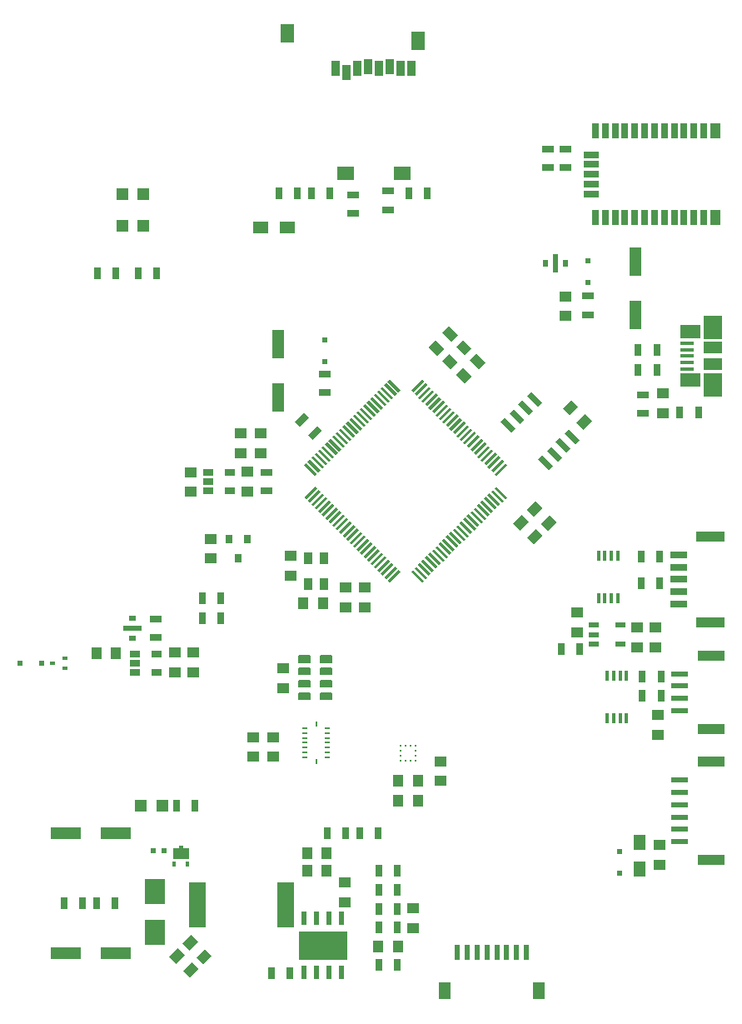
<source format=gbr>
G04 #@! TF.GenerationSoftware,KiCad,Pcbnew,(5.1.5)-3*
G04 #@! TF.CreationDate,2020-10-19T10:12:20-04:00*
G04 #@! TF.ProjectId,flight_computer,666c6967-6874-45f6-936f-6d7075746572,rev?*
G04 #@! TF.SameCoordinates,Original*
G04 #@! TF.FileFunction,Paste,Top*
G04 #@! TF.FilePolarity,Positive*
%FSLAX46Y46*%
G04 Gerber Fmt 4.6, Leading zero omitted, Abs format (unit mm)*
G04 Created by KiCad (PCBNEW (5.1.5)-3) date 2020-10-19 10:12:20*
%MOMM*%
%LPD*%
G04 APERTURE LIST*
%ADD10C,0.100000*%
%ADD11C,0.152400*%
%ADD12R,1.500000X0.700000*%
%ADD13R,0.700000X1.500000*%
%ADD14R,1.000000X1.500000*%
%ADD15R,1.219200X2.997200*%
%ADD16R,0.400000X0.500000*%
%ADD17R,1.600000X1.000000*%
%ADD18R,4.900001X2.949999*%
%ADD19R,0.599999X1.450000*%
%ADD20R,0.800000X0.900000*%
%ADD21R,1.380000X0.450000*%
%ADD22R,2.100000X1.475000*%
%ADD23R,1.900000X2.375000*%
%ADD24R,1.900000X1.175000*%
%ADD25R,1.800000X4.600000*%
%ADD26R,1.250000X1.000000*%
%ADD27R,1.000000X1.250000*%
%ADD28R,3.098800X1.219200*%
%ADD29R,0.500000X0.500000*%
%ADD30R,0.600000X0.500000*%
%ADD31R,2.030000X2.650000*%
%ADD32R,1.300000X1.500000*%
%ADD33R,1.500000X1.300000*%
%ADD34R,0.800000X0.600000*%
%ADD35R,1.900000X0.600000*%
%ADD36R,0.600000X0.800000*%
%ADD37R,0.600000X1.900000*%
%ADD38R,1.200000X1.800000*%
%ADD39R,0.600000X1.550000*%
%ADD40R,1.700000X0.600000*%
%ADD41R,2.700000X1.000000*%
%ADD42R,1.803400X0.660400*%
%ADD43R,2.879999X1.092200*%
%ADD44R,0.700000X1.300000*%
%ADD45R,1.300000X0.700000*%
%ADD46R,0.400000X1.100000*%
%ADD47R,1.005599X0.500000*%
%ADD48R,1.060000X0.650000*%
%ADD49R,0.254000X0.482600*%
%ADD50R,0.482600X0.254000*%
%ADD51R,0.275000X0.250000*%
%ADD52R,1.092200X0.609600*%
%ADD53R,0.838200X1.295400*%
%ADD54R,0.508000X0.355600*%
%ADD55R,0.812800X1.498600*%
%ADD56R,1.397000X1.905000*%
%ADD57R,1.803400X1.397000*%
%ADD58R,1.200000X1.200000*%
G04 APERTURE END LIST*
D10*
G36*
X104686000Y-145842000D02*
G01*
X103086000Y-145842000D01*
X103086000Y-144742000D01*
X103686000Y-144742000D01*
X103686000Y-144492000D01*
X104086000Y-144492000D01*
X104086000Y-144742000D01*
X104686000Y-144742000D01*
X104686000Y-145842000D01*
G37*
D11*
X116839141Y-153425040D02*
X119843139Y-153425040D01*
X119843139Y-153425040D02*
X119852503Y-153425962D01*
X119852503Y-153425962D02*
X119861508Y-153428692D01*
X119861508Y-153428692D02*
X119869806Y-153433130D01*
X119869806Y-153433130D02*
X119877081Y-153439099D01*
X119877081Y-153439099D02*
X119883050Y-153446373D01*
X119883050Y-153446373D02*
X119887487Y-153454672D01*
X119887487Y-153454672D02*
X119890217Y-153463676D01*
X119890217Y-153463676D02*
X119891139Y-153473041D01*
X119891139Y-153473041D02*
X119891139Y-155777039D01*
X119891139Y-155777039D02*
X119890217Y-155786404D01*
X119890217Y-155786404D02*
X119887487Y-155795408D01*
X119887487Y-155795408D02*
X119883050Y-155803707D01*
X119883050Y-155803707D02*
X119877081Y-155810981D01*
X119877081Y-155810981D02*
X119869806Y-155816950D01*
X119869806Y-155816950D02*
X119861508Y-155821388D01*
X119861508Y-155821388D02*
X119852503Y-155824118D01*
X119852503Y-155824118D02*
X119843139Y-155825040D01*
X119843139Y-155825040D02*
X116839141Y-155825040D01*
X116839141Y-155825040D02*
X116829777Y-155824118D01*
X116829777Y-155824118D02*
X116820772Y-155821388D01*
X116820772Y-155821388D02*
X116812474Y-155816950D01*
X116812474Y-155816950D02*
X116805199Y-155810981D01*
X116805199Y-155810981D02*
X116799230Y-155803707D01*
X116799230Y-155803707D02*
X116794793Y-155795408D01*
X116794793Y-155795408D02*
X116792063Y-155786404D01*
X116792063Y-155786404D02*
X116791141Y-155777039D01*
X116791141Y-155777039D02*
X116791141Y-153473041D01*
X116791141Y-153473041D02*
X116792063Y-153463676D01*
X116792063Y-153463676D02*
X116794793Y-153454672D01*
X116794793Y-153454672D02*
X116799230Y-153446373D01*
X116799230Y-153446373D02*
X116805199Y-153439099D01*
X116805199Y-153439099D02*
X116812474Y-153433130D01*
X116812474Y-153433130D02*
X116820772Y-153428692D01*
X116820772Y-153428692D02*
X116829777Y-153425962D01*
X116829777Y-153425962D02*
X116839141Y-153425040D01*
X115871900Y-125231200D02*
X115871900Y-125840800D01*
X115871900Y-125840800D02*
X116964100Y-125840800D01*
X116964100Y-125840800D02*
X116964100Y-125231200D01*
X116964100Y-125231200D02*
X115871900Y-125231200D01*
X115871900Y-126481200D02*
X115871900Y-127090800D01*
X115871900Y-127090800D02*
X116964100Y-127090800D01*
X116964100Y-127090800D02*
X116964100Y-126481200D01*
X116964100Y-126481200D02*
X115871900Y-126481200D01*
X115871900Y-127731200D02*
X115871900Y-128340800D01*
X115871900Y-128340800D02*
X116964100Y-128340800D01*
X116964100Y-128340800D02*
X116964100Y-127731200D01*
X116964100Y-127731200D02*
X115871900Y-127731200D01*
X115871900Y-128981200D02*
X115871900Y-129590800D01*
X115871900Y-129590800D02*
X116964100Y-129590800D01*
X116964100Y-129590800D02*
X116964100Y-128981200D01*
X116964100Y-128981200D02*
X115871900Y-128981200D01*
X118071900Y-128981200D02*
X118071900Y-129590800D01*
X118071900Y-129590800D02*
X119164100Y-129590800D01*
X119164100Y-129590800D02*
X119164100Y-128981200D01*
X119164100Y-128981200D02*
X118071900Y-128981200D01*
X118071900Y-127731200D02*
X118071900Y-128340800D01*
X118071900Y-128340800D02*
X119164100Y-128340800D01*
X119164100Y-128340800D02*
X119164100Y-127731200D01*
X119164100Y-127731200D02*
X118071900Y-127731200D01*
X118071900Y-126481200D02*
X118071900Y-127090800D01*
X118071900Y-127090800D02*
X119164100Y-127090800D01*
X119164100Y-127090800D02*
X119164100Y-126481200D01*
X119164100Y-126481200D02*
X118071900Y-126481200D01*
X118071900Y-125231200D02*
X118071900Y-125840800D01*
X118071900Y-125840800D02*
X119164100Y-125840800D01*
X119164100Y-125840800D02*
X119164100Y-125231200D01*
X119164100Y-125231200D02*
X118071900Y-125231200D01*
D12*
X145640840Y-76278020D03*
X145640840Y-75278020D03*
X145640840Y-77278020D03*
X145640840Y-78278020D03*
X145640840Y-74278020D03*
D13*
X146040840Y-80678020D03*
X147040840Y-80678020D03*
X148040840Y-80678020D03*
X149040840Y-80678020D03*
X150040840Y-80678020D03*
X151040840Y-80678020D03*
X152040840Y-80678020D03*
X153040840Y-80678020D03*
X154040840Y-80678020D03*
X155040840Y-80678020D03*
X156040840Y-80678020D03*
X157040840Y-80678020D03*
X146040840Y-71878020D03*
X147040840Y-71878020D03*
X148040840Y-71878020D03*
X149040840Y-71878020D03*
X150040840Y-71878020D03*
X151040840Y-71878020D03*
X152040840Y-71878020D03*
X153040840Y-71878020D03*
X154040840Y-71878020D03*
X155040840Y-71878020D03*
X156040840Y-71878020D03*
X157040840Y-71878020D03*
D14*
X158190840Y-71878020D03*
X158190840Y-80678020D03*
D15*
X150114000Y-85178900D03*
X150114000Y-90589100D03*
D10*
G36*
X128386487Y-117765759D02*
G01*
X127283401Y-116662673D01*
X127481391Y-116464683D01*
X128584477Y-117567769D01*
X128386487Y-117765759D01*
G37*
G36*
X128740041Y-117412205D02*
G01*
X127636955Y-116309119D01*
X127834945Y-116111129D01*
X128938031Y-117214215D01*
X128740041Y-117412205D01*
G37*
G36*
X129093594Y-117058652D02*
G01*
X127990508Y-115955566D01*
X128188498Y-115757576D01*
X129291584Y-116860662D01*
X129093594Y-117058652D01*
G37*
G36*
X129447148Y-116705099D02*
G01*
X128344062Y-115602013D01*
X128542052Y-115404023D01*
X129645138Y-116507109D01*
X129447148Y-116705099D01*
G37*
G36*
X129800701Y-116351545D02*
G01*
X128697615Y-115248459D01*
X128895605Y-115050469D01*
X129998691Y-116153555D01*
X129800701Y-116351545D01*
G37*
G36*
X130154254Y-115997992D02*
G01*
X129051168Y-114894906D01*
X129249158Y-114696916D01*
X130352244Y-115800002D01*
X130154254Y-115997992D01*
G37*
G36*
X130507808Y-115644438D02*
G01*
X129404722Y-114541352D01*
X129602712Y-114343362D01*
X130705798Y-115446448D01*
X130507808Y-115644438D01*
G37*
G36*
X130861361Y-115290885D02*
G01*
X129758275Y-114187799D01*
X129956265Y-113989809D01*
X131059351Y-115092895D01*
X130861361Y-115290885D01*
G37*
G36*
X131214915Y-114937332D02*
G01*
X130111829Y-113834246D01*
X130309819Y-113636256D01*
X131412905Y-114739342D01*
X131214915Y-114937332D01*
G37*
G36*
X131568468Y-114583778D02*
G01*
X130465382Y-113480692D01*
X130663372Y-113282702D01*
X131766458Y-114385788D01*
X131568468Y-114583778D01*
G37*
G36*
X131922021Y-114230225D02*
G01*
X130818935Y-113127139D01*
X131016925Y-112929149D01*
X132120011Y-114032235D01*
X131922021Y-114230225D01*
G37*
G36*
X132275575Y-113876671D02*
G01*
X131172489Y-112773585D01*
X131370479Y-112575595D01*
X132473565Y-113678681D01*
X132275575Y-113876671D01*
G37*
G36*
X132629128Y-113523118D02*
G01*
X131526042Y-112420032D01*
X131724032Y-112222042D01*
X132827118Y-113325128D01*
X132629128Y-113523118D01*
G37*
G36*
X132982681Y-113169565D02*
G01*
X131879595Y-112066479D01*
X132077585Y-111868489D01*
X133180671Y-112971575D01*
X132982681Y-113169565D01*
G37*
G36*
X133336235Y-112816011D02*
G01*
X132233149Y-111712925D01*
X132431139Y-111514935D01*
X133534225Y-112618021D01*
X133336235Y-112816011D01*
G37*
G36*
X133689788Y-112462458D02*
G01*
X132586702Y-111359372D01*
X132784692Y-111161382D01*
X133887778Y-112264468D01*
X133689788Y-112462458D01*
G37*
G36*
X134043342Y-112108905D02*
G01*
X132940256Y-111005819D01*
X133138246Y-110807829D01*
X134241332Y-111910915D01*
X134043342Y-112108905D01*
G37*
G36*
X134396895Y-111755351D02*
G01*
X133293809Y-110652265D01*
X133491799Y-110454275D01*
X134594885Y-111557361D01*
X134396895Y-111755351D01*
G37*
G36*
X134750448Y-111401798D02*
G01*
X133647362Y-110298712D01*
X133845352Y-110100722D01*
X134948438Y-111203808D01*
X134750448Y-111401798D01*
G37*
G36*
X135104002Y-111048244D02*
G01*
X134000916Y-109945158D01*
X134198906Y-109747168D01*
X135301992Y-110850254D01*
X135104002Y-111048244D01*
G37*
G36*
X135457555Y-110694691D02*
G01*
X134354469Y-109591605D01*
X134552459Y-109393615D01*
X135655545Y-110496701D01*
X135457555Y-110694691D01*
G37*
G36*
X135811109Y-110341138D02*
G01*
X134708023Y-109238052D01*
X134906013Y-109040062D01*
X136009099Y-110143148D01*
X135811109Y-110341138D01*
G37*
G36*
X136164662Y-109987584D02*
G01*
X135061576Y-108884498D01*
X135259566Y-108686508D01*
X136362652Y-109789594D01*
X136164662Y-109987584D01*
G37*
G36*
X136518215Y-109634031D02*
G01*
X135415129Y-108530945D01*
X135613119Y-108332955D01*
X136716205Y-109436041D01*
X136518215Y-109634031D01*
G37*
G36*
X136871769Y-109280477D02*
G01*
X135768683Y-108177391D01*
X135966673Y-107979401D01*
X137069759Y-109082487D01*
X136871769Y-109280477D01*
G37*
G36*
X126010609Y-98419317D02*
G01*
X124907523Y-97316231D01*
X125105513Y-97118241D01*
X126208599Y-98221327D01*
X126010609Y-98419317D01*
G37*
G36*
X125657055Y-98772871D02*
G01*
X124553969Y-97669785D01*
X124751959Y-97471795D01*
X125855045Y-98574881D01*
X125657055Y-98772871D01*
G37*
G36*
X125303502Y-99126424D02*
G01*
X124200416Y-98023338D01*
X124398406Y-97825348D01*
X125501492Y-98928434D01*
X125303502Y-99126424D01*
G37*
G36*
X124949948Y-99479977D02*
G01*
X123846862Y-98376891D01*
X124044852Y-98178901D01*
X125147938Y-99281987D01*
X124949948Y-99479977D01*
G37*
G36*
X124596395Y-99833531D02*
G01*
X123493309Y-98730445D01*
X123691299Y-98532455D01*
X124794385Y-99635541D01*
X124596395Y-99833531D01*
G37*
G36*
X124242842Y-100187084D02*
G01*
X123139756Y-99083998D01*
X123337746Y-98886008D01*
X124440832Y-99989094D01*
X124242842Y-100187084D01*
G37*
G36*
X123889288Y-100540638D02*
G01*
X122786202Y-99437552D01*
X122984192Y-99239562D01*
X124087278Y-100342648D01*
X123889288Y-100540638D01*
G37*
G36*
X123535735Y-100894191D02*
G01*
X122432649Y-99791105D01*
X122630639Y-99593115D01*
X123733725Y-100696201D01*
X123535735Y-100894191D01*
G37*
G36*
X123182181Y-101247744D02*
G01*
X122079095Y-100144658D01*
X122277085Y-99946668D01*
X123380171Y-101049754D01*
X123182181Y-101247744D01*
G37*
G36*
X122828628Y-101601298D02*
G01*
X121725542Y-100498212D01*
X121923532Y-100300222D01*
X123026618Y-101403308D01*
X122828628Y-101601298D01*
G37*
G36*
X122475075Y-101954851D02*
G01*
X121371989Y-100851765D01*
X121569979Y-100653775D01*
X122673065Y-101756861D01*
X122475075Y-101954851D01*
G37*
G36*
X122121521Y-102308405D02*
G01*
X121018435Y-101205319D01*
X121216425Y-101007329D01*
X122319511Y-102110415D01*
X122121521Y-102308405D01*
G37*
G36*
X121767968Y-102661958D02*
G01*
X120664882Y-101558872D01*
X120862872Y-101360882D01*
X121965958Y-102463968D01*
X121767968Y-102661958D01*
G37*
G36*
X121414415Y-103015511D02*
G01*
X120311329Y-101912425D01*
X120509319Y-101714435D01*
X121612405Y-102817521D01*
X121414415Y-103015511D01*
G37*
G36*
X121060861Y-103369065D02*
G01*
X119957775Y-102265979D01*
X120155765Y-102067989D01*
X121258851Y-103171075D01*
X121060861Y-103369065D01*
G37*
G36*
X120707308Y-103722618D02*
G01*
X119604222Y-102619532D01*
X119802212Y-102421542D01*
X120905298Y-103524628D01*
X120707308Y-103722618D01*
G37*
G36*
X120353754Y-104076171D02*
G01*
X119250668Y-102973085D01*
X119448658Y-102775095D01*
X120551744Y-103878181D01*
X120353754Y-104076171D01*
G37*
G36*
X120000201Y-104429725D02*
G01*
X118897115Y-103326639D01*
X119095105Y-103128649D01*
X120198191Y-104231735D01*
X120000201Y-104429725D01*
G37*
G36*
X119646648Y-104783278D02*
G01*
X118543562Y-103680192D01*
X118741552Y-103482202D01*
X119844638Y-104585288D01*
X119646648Y-104783278D01*
G37*
G36*
X119293094Y-105136832D02*
G01*
X118190008Y-104033746D01*
X118387998Y-103835756D01*
X119491084Y-104938842D01*
X119293094Y-105136832D01*
G37*
G36*
X118939541Y-105490385D02*
G01*
X117836455Y-104387299D01*
X118034445Y-104189309D01*
X119137531Y-105292395D01*
X118939541Y-105490385D01*
G37*
G36*
X118585987Y-105843938D02*
G01*
X117482901Y-104740852D01*
X117680891Y-104542862D01*
X118783977Y-105645948D01*
X118585987Y-105843938D01*
G37*
G36*
X118232434Y-106197492D02*
G01*
X117129348Y-105094406D01*
X117327338Y-104896416D01*
X118430424Y-105999502D01*
X118232434Y-106197492D01*
G37*
G36*
X117878881Y-106551045D02*
G01*
X116775795Y-105447959D01*
X116973785Y-105249969D01*
X118076871Y-106353055D01*
X117878881Y-106551045D01*
G37*
G36*
X117525327Y-106904599D02*
G01*
X116422241Y-105801513D01*
X116620231Y-105603523D01*
X117723317Y-106706609D01*
X117525327Y-106904599D01*
G37*
G36*
X116620231Y-109280477D02*
G01*
X116422241Y-109082487D01*
X117525327Y-107979401D01*
X117723317Y-108177391D01*
X116620231Y-109280477D01*
G37*
G36*
X116973785Y-109634031D02*
G01*
X116775795Y-109436041D01*
X117878881Y-108332955D01*
X118076871Y-108530945D01*
X116973785Y-109634031D01*
G37*
G36*
X117327338Y-109987584D02*
G01*
X117129348Y-109789594D01*
X118232434Y-108686508D01*
X118430424Y-108884498D01*
X117327338Y-109987584D01*
G37*
G36*
X117680891Y-110341138D02*
G01*
X117482901Y-110143148D01*
X118585987Y-109040062D01*
X118783977Y-109238052D01*
X117680891Y-110341138D01*
G37*
G36*
X118034445Y-110694691D02*
G01*
X117836455Y-110496701D01*
X118939541Y-109393615D01*
X119137531Y-109591605D01*
X118034445Y-110694691D01*
G37*
G36*
X118387998Y-111048244D02*
G01*
X118190008Y-110850254D01*
X119293094Y-109747168D01*
X119491084Y-109945158D01*
X118387998Y-111048244D01*
G37*
G36*
X118741552Y-111401798D02*
G01*
X118543562Y-111203808D01*
X119646648Y-110100722D01*
X119844638Y-110298712D01*
X118741552Y-111401798D01*
G37*
G36*
X119095105Y-111755351D02*
G01*
X118897115Y-111557361D01*
X120000201Y-110454275D01*
X120198191Y-110652265D01*
X119095105Y-111755351D01*
G37*
G36*
X119448658Y-112108905D02*
G01*
X119250668Y-111910915D01*
X120353754Y-110807829D01*
X120551744Y-111005819D01*
X119448658Y-112108905D01*
G37*
G36*
X119802212Y-112462458D02*
G01*
X119604222Y-112264468D01*
X120707308Y-111161382D01*
X120905298Y-111359372D01*
X119802212Y-112462458D01*
G37*
G36*
X120155765Y-112816011D02*
G01*
X119957775Y-112618021D01*
X121060861Y-111514935D01*
X121258851Y-111712925D01*
X120155765Y-112816011D01*
G37*
G36*
X120509319Y-113169565D02*
G01*
X120311329Y-112971575D01*
X121414415Y-111868489D01*
X121612405Y-112066479D01*
X120509319Y-113169565D01*
G37*
G36*
X120862872Y-113523118D02*
G01*
X120664882Y-113325128D01*
X121767968Y-112222042D01*
X121965958Y-112420032D01*
X120862872Y-113523118D01*
G37*
G36*
X121216425Y-113876671D02*
G01*
X121018435Y-113678681D01*
X122121521Y-112575595D01*
X122319511Y-112773585D01*
X121216425Y-113876671D01*
G37*
G36*
X121569979Y-114230225D02*
G01*
X121371989Y-114032235D01*
X122475075Y-112929149D01*
X122673065Y-113127139D01*
X121569979Y-114230225D01*
G37*
G36*
X121923532Y-114583778D02*
G01*
X121725542Y-114385788D01*
X122828628Y-113282702D01*
X123026618Y-113480692D01*
X121923532Y-114583778D01*
G37*
G36*
X122277085Y-114937332D02*
G01*
X122079095Y-114739342D01*
X123182181Y-113636256D01*
X123380171Y-113834246D01*
X122277085Y-114937332D01*
G37*
G36*
X122630639Y-115290885D02*
G01*
X122432649Y-115092895D01*
X123535735Y-113989809D01*
X123733725Y-114187799D01*
X122630639Y-115290885D01*
G37*
G36*
X122984192Y-115644438D02*
G01*
X122786202Y-115446448D01*
X123889288Y-114343362D01*
X124087278Y-114541352D01*
X122984192Y-115644438D01*
G37*
G36*
X123337746Y-115997992D02*
G01*
X123139756Y-115800002D01*
X124242842Y-114696916D01*
X124440832Y-114894906D01*
X123337746Y-115997992D01*
G37*
G36*
X123691299Y-116351545D02*
G01*
X123493309Y-116153555D01*
X124596395Y-115050469D01*
X124794385Y-115248459D01*
X123691299Y-116351545D01*
G37*
G36*
X124044852Y-116705099D02*
G01*
X123846862Y-116507109D01*
X124949948Y-115404023D01*
X125147938Y-115602013D01*
X124044852Y-116705099D01*
G37*
G36*
X124398406Y-117058652D02*
G01*
X124200416Y-116860662D01*
X125303502Y-115757576D01*
X125501492Y-115955566D01*
X124398406Y-117058652D01*
G37*
G36*
X124751959Y-117412205D02*
G01*
X124553969Y-117214215D01*
X125657055Y-116111129D01*
X125855045Y-116309119D01*
X124751959Y-117412205D01*
G37*
G36*
X125105513Y-117765759D02*
G01*
X124907523Y-117567769D01*
X126010609Y-116464683D01*
X126208599Y-116662673D01*
X125105513Y-117765759D01*
G37*
G36*
X135966673Y-106904599D02*
G01*
X135768683Y-106706609D01*
X136871769Y-105603523D01*
X137069759Y-105801513D01*
X135966673Y-106904599D01*
G37*
G36*
X135613119Y-106551045D02*
G01*
X135415129Y-106353055D01*
X136518215Y-105249969D01*
X136716205Y-105447959D01*
X135613119Y-106551045D01*
G37*
G36*
X135259566Y-106197492D02*
G01*
X135061576Y-105999502D01*
X136164662Y-104896416D01*
X136362652Y-105094406D01*
X135259566Y-106197492D01*
G37*
G36*
X134906013Y-105843938D02*
G01*
X134708023Y-105645948D01*
X135811109Y-104542862D01*
X136009099Y-104740852D01*
X134906013Y-105843938D01*
G37*
G36*
X134552459Y-105490385D02*
G01*
X134354469Y-105292395D01*
X135457555Y-104189309D01*
X135655545Y-104387299D01*
X134552459Y-105490385D01*
G37*
G36*
X134198906Y-105136832D02*
G01*
X134000916Y-104938842D01*
X135104002Y-103835756D01*
X135301992Y-104033746D01*
X134198906Y-105136832D01*
G37*
G36*
X133845352Y-104783278D02*
G01*
X133647362Y-104585288D01*
X134750448Y-103482202D01*
X134948438Y-103680192D01*
X133845352Y-104783278D01*
G37*
G36*
X133491799Y-104429725D02*
G01*
X133293809Y-104231735D01*
X134396895Y-103128649D01*
X134594885Y-103326639D01*
X133491799Y-104429725D01*
G37*
G36*
X133138246Y-104076171D02*
G01*
X132940256Y-103878181D01*
X134043342Y-102775095D01*
X134241332Y-102973085D01*
X133138246Y-104076171D01*
G37*
G36*
X132784692Y-103722618D02*
G01*
X132586702Y-103524628D01*
X133689788Y-102421542D01*
X133887778Y-102619532D01*
X132784692Y-103722618D01*
G37*
G36*
X132431139Y-103369065D02*
G01*
X132233149Y-103171075D01*
X133336235Y-102067989D01*
X133534225Y-102265979D01*
X132431139Y-103369065D01*
G37*
G36*
X132077585Y-103015511D02*
G01*
X131879595Y-102817521D01*
X132982681Y-101714435D01*
X133180671Y-101912425D01*
X132077585Y-103015511D01*
G37*
G36*
X131724032Y-102661958D02*
G01*
X131526042Y-102463968D01*
X132629128Y-101360882D01*
X132827118Y-101558872D01*
X131724032Y-102661958D01*
G37*
G36*
X131370479Y-102308405D02*
G01*
X131172489Y-102110415D01*
X132275575Y-101007329D01*
X132473565Y-101205319D01*
X131370479Y-102308405D01*
G37*
G36*
X131016925Y-101954851D02*
G01*
X130818935Y-101756861D01*
X131922021Y-100653775D01*
X132120011Y-100851765D01*
X131016925Y-101954851D01*
G37*
G36*
X130663372Y-101601298D02*
G01*
X130465382Y-101403308D01*
X131568468Y-100300222D01*
X131766458Y-100498212D01*
X130663372Y-101601298D01*
G37*
G36*
X130309819Y-101247744D02*
G01*
X130111829Y-101049754D01*
X131214915Y-99946668D01*
X131412905Y-100144658D01*
X130309819Y-101247744D01*
G37*
G36*
X129956265Y-100894191D02*
G01*
X129758275Y-100696201D01*
X130861361Y-99593115D01*
X131059351Y-99791105D01*
X129956265Y-100894191D01*
G37*
G36*
X129602712Y-100540638D02*
G01*
X129404722Y-100342648D01*
X130507808Y-99239562D01*
X130705798Y-99437552D01*
X129602712Y-100540638D01*
G37*
G36*
X129249158Y-100187084D02*
G01*
X129051168Y-99989094D01*
X130154254Y-98886008D01*
X130352244Y-99083998D01*
X129249158Y-100187084D01*
G37*
G36*
X128895605Y-99833531D02*
G01*
X128697615Y-99635541D01*
X129800701Y-98532455D01*
X129998691Y-98730445D01*
X128895605Y-99833531D01*
G37*
G36*
X128542052Y-99479977D02*
G01*
X128344062Y-99281987D01*
X129447148Y-98178901D01*
X129645138Y-98376891D01*
X128542052Y-99479977D01*
G37*
G36*
X128188498Y-99126424D02*
G01*
X127990508Y-98928434D01*
X129093594Y-97825348D01*
X129291584Y-98023338D01*
X128188498Y-99126424D01*
G37*
G36*
X127834945Y-98772871D02*
G01*
X127636955Y-98574881D01*
X128740041Y-97471795D01*
X128938031Y-97669785D01*
X127834945Y-98772871D01*
G37*
G36*
X127481391Y-98419317D02*
G01*
X127283401Y-98221327D01*
X128386487Y-97118241D01*
X128584477Y-97316231D01*
X127481391Y-98419317D01*
G37*
D16*
X103886000Y-144729200D03*
X103236000Y-146342000D03*
X104536000Y-146342000D03*
D17*
X103886000Y-145288000D03*
D18*
X118341140Y-154625040D03*
D19*
X120246140Y-157350038D03*
X118976140Y-157350038D03*
X117706140Y-157350038D03*
X116436140Y-157350038D03*
X116436140Y-151900039D03*
X117706140Y-151900039D03*
X118976140Y-151900039D03*
X120246140Y-151900039D03*
D20*
X110678000Y-113316000D03*
X108778000Y-113316000D03*
X109728000Y-115316000D03*
D10*
G36*
X102709505Y-155790388D02*
G01*
X103593388Y-154906505D01*
X104300495Y-155613612D01*
X103416612Y-156497495D01*
X102709505Y-155790388D01*
G37*
G36*
X104123719Y-157204602D02*
G01*
X105007602Y-156320719D01*
X105714709Y-157027826D01*
X104830826Y-157911709D01*
X104123719Y-157204602D01*
G37*
D21*
X155328000Y-96042000D03*
X155328000Y-95392000D03*
X155328000Y-94742000D03*
X155328000Y-94092000D03*
X155328000Y-93442000D03*
D22*
X155688000Y-97204500D03*
X155688000Y-92279500D03*
D23*
X157988000Y-97652000D03*
X157988000Y-91832000D03*
D24*
X157988000Y-95582000D03*
X157988000Y-93902000D03*
D15*
X113792000Y-98971100D03*
X113792000Y-93560900D03*
D25*
X105554000Y-150495000D03*
X114554000Y-150495000D03*
D26*
X152908000Y-98568000D03*
X152908000Y-100568000D03*
X115062000Y-115078000D03*
X115062000Y-117078000D03*
D10*
G36*
X137689398Y-111776281D02*
G01*
X138573281Y-110892398D01*
X139280388Y-111599505D01*
X138396505Y-112483388D01*
X137689398Y-111776281D01*
G37*
G36*
X139103612Y-113190495D02*
G01*
X139987495Y-112306612D01*
X140694602Y-113013719D01*
X139810719Y-113897602D01*
X139103612Y-113190495D01*
G37*
D27*
X116348000Y-119888000D03*
X118348000Y-119888000D03*
D10*
G36*
X132731281Y-97514602D02*
G01*
X131847398Y-96630719D01*
X132554505Y-95923612D01*
X133438388Y-96807495D01*
X132731281Y-97514602D01*
G37*
G36*
X134145495Y-96100388D02*
G01*
X133261612Y-95216505D01*
X133968719Y-94509398D01*
X134852602Y-95393281D01*
X134145495Y-96100388D01*
G37*
G36*
X142699831Y-100098914D02*
G01*
X143583714Y-99215031D01*
X144290821Y-99922138D01*
X143406938Y-100806021D01*
X142699831Y-100098914D01*
G37*
G36*
X144114045Y-101513128D02*
G01*
X144997928Y-100629245D01*
X145705035Y-101336352D01*
X144821152Y-102220235D01*
X144114045Y-101513128D01*
G37*
D26*
X122555000Y-120253000D03*
X122555000Y-118253000D03*
D10*
G36*
X132571719Y-93112398D02*
G01*
X133455602Y-93996281D01*
X132748495Y-94703388D01*
X131864612Y-93819505D01*
X132571719Y-93112398D01*
G37*
G36*
X131157505Y-94526612D02*
G01*
X132041388Y-95410495D01*
X131334281Y-96117602D01*
X130450398Y-95233719D01*
X131157505Y-94526612D01*
G37*
G36*
X142091602Y-111616719D02*
G01*
X141207719Y-112500602D01*
X140500612Y-111793495D01*
X141384495Y-110909612D01*
X142091602Y-111616719D01*
G37*
G36*
X140677388Y-110202505D02*
G01*
X139793505Y-111086388D01*
X139086398Y-110379281D01*
X139970281Y-109495398D01*
X140677388Y-110202505D01*
G37*
D26*
X112014000Y-102632000D03*
X112014000Y-104632000D03*
X109982000Y-102602280D03*
X109982000Y-104602280D03*
X106934000Y-115316000D03*
X106934000Y-113316000D03*
X120650000Y-120253000D03*
X120650000Y-118253000D03*
D10*
G36*
X131174719Y-91715398D02*
G01*
X132058602Y-92599281D01*
X131351495Y-93306388D01*
X130467612Y-92422505D01*
X131174719Y-91715398D01*
G37*
G36*
X129760505Y-93129612D02*
G01*
X130644388Y-94013495D01*
X129937281Y-94720602D01*
X129053398Y-93836719D01*
X129760505Y-93129612D01*
G37*
D26*
X152527000Y-144415000D03*
X152527000Y-146415000D03*
X152400000Y-131207000D03*
X152400000Y-133207000D03*
D27*
X116729000Y-145288000D03*
X118729000Y-145288000D03*
D28*
X97294700Y-155448000D03*
X92189300Y-155448000D03*
D27*
X118729000Y-147066000D03*
X116729000Y-147066000D03*
D26*
X127508000Y-152892000D03*
X127508000Y-150892000D03*
X120523000Y-148225000D03*
X120523000Y-150225000D03*
D27*
X123968000Y-154749500D03*
X125968000Y-154749500D03*
D10*
G36*
X104034398Y-154448281D02*
G01*
X104918281Y-153564398D01*
X105625388Y-154271505D01*
X104741505Y-155155388D01*
X104034398Y-154448281D01*
G37*
G36*
X105448612Y-155862495D02*
G01*
X106332495Y-154978612D01*
X107039602Y-155685719D01*
X106155719Y-156569602D01*
X105448612Y-155862495D01*
G37*
D28*
X97294700Y-143256000D03*
X92189300Y-143256000D03*
D26*
X144145000Y-120793000D03*
X144145000Y-122793000D03*
D27*
X97282000Y-124968000D03*
X95282000Y-124968000D03*
D26*
X104902000Y-106553000D03*
X104902000Y-108553000D03*
X152146000Y-122317000D03*
X152146000Y-124317000D03*
X105156000Y-124857000D03*
X105156000Y-126857000D03*
X150241000Y-122317000D03*
X150241000Y-124317000D03*
X103251000Y-124857000D03*
X103251000Y-126857000D03*
X110680500Y-106505500D03*
X110680500Y-108505500D03*
X111252000Y-135467600D03*
X111252000Y-133467600D03*
X113284000Y-133467600D03*
X113284000Y-135467600D03*
X143002000Y-90678000D03*
X143002000Y-88678000D03*
D27*
X127984000Y-137922000D03*
X125984000Y-137922000D03*
X126000000Y-139954000D03*
X128000000Y-139954000D03*
D26*
X130302000Y-135922000D03*
X130302000Y-137922000D03*
X114300000Y-126508000D03*
X114300000Y-128508000D03*
D29*
X118491000Y-93134000D03*
X118491000Y-95334000D03*
D30*
X101092000Y-145034000D03*
X102192000Y-145034000D03*
D29*
X148463000Y-147277000D03*
X148463000Y-145077000D03*
D31*
X101219000Y-153347000D03*
X101219000Y-149167000D03*
D32*
X150495000Y-146845000D03*
X150495000Y-144145000D03*
D33*
X111981000Y-81661000D03*
X114681000Y-81661000D03*
D34*
X98933000Y-121428000D03*
X98933000Y-123428000D03*
D35*
X98933000Y-122428000D03*
D36*
X140986000Y-85344000D03*
X142986000Y-85344000D03*
D37*
X141986000Y-85344000D03*
D38*
X140309000Y-159247000D03*
X130709000Y-159247000D03*
D39*
X132009000Y-155372000D03*
X133009000Y-155372000D03*
X134009000Y-155372000D03*
X135009000Y-155372000D03*
X136009000Y-155372000D03*
X137009000Y-155372000D03*
X138009000Y-155372000D03*
X139009000Y-155372000D03*
D40*
X154589000Y-144095000D03*
X154589000Y-142845000D03*
X154589000Y-141595000D03*
X154589000Y-140345000D03*
X154589000Y-139095000D03*
X154589000Y-137845000D03*
D41*
X157789000Y-135995000D03*
X157789000Y-145945000D03*
X157770000Y-132630000D03*
D40*
X154570000Y-129530000D03*
X154570000Y-130780000D03*
X154570000Y-128280000D03*
X154570000Y-127030000D03*
D41*
X157770000Y-125180000D03*
D42*
X154524202Y-114949600D03*
X154524202Y-116199600D03*
X154524202Y-117449600D03*
X154524202Y-118699600D03*
X154524202Y-119949600D03*
D43*
X157724203Y-121799601D03*
X157724203Y-113099599D03*
D44*
X150373000Y-96139000D03*
X152273000Y-96139000D03*
X150368000Y-94107000D03*
X152268000Y-94107000D03*
D45*
X118491000Y-96586000D03*
X118491000Y-98486000D03*
D10*
G36*
X118218858Y-102313619D02*
G01*
X117299619Y-103232858D01*
X116804644Y-102737883D01*
X117723883Y-101818644D01*
X118218858Y-102313619D01*
G37*
G36*
X116875356Y-100970117D02*
G01*
X115956117Y-101889356D01*
X115461142Y-101394381D01*
X116380381Y-100475142D01*
X116875356Y-100970117D01*
G37*
D45*
X121412000Y-80264000D03*
X121412000Y-78364000D03*
D44*
X119060000Y-78232000D03*
X117160000Y-78232000D03*
X113858000Y-78232000D03*
X115758000Y-78232000D03*
X127066000Y-78232000D03*
X128966000Y-78232000D03*
D45*
X124968000Y-79878000D03*
X124968000Y-77978000D03*
D44*
X152588000Y-117856000D03*
X150688000Y-117856000D03*
X152588000Y-115125500D03*
X150688000Y-115125500D03*
X150815000Y-129286000D03*
X152715000Y-129286000D03*
X150815000Y-127355600D03*
X152715000Y-127355600D03*
X124018000Y-148996400D03*
X125918000Y-148996400D03*
X125918000Y-150926800D03*
X124018000Y-150926800D03*
X118750000Y-143256000D03*
X120650000Y-143256000D03*
X122054540Y-143268700D03*
X123954540Y-143268700D03*
D45*
X150876000Y-98684000D03*
X150876000Y-100584000D03*
D44*
X154625000Y-100457000D03*
X156525000Y-100457000D03*
X106050000Y-119380000D03*
X107950000Y-119380000D03*
X107950000Y-121412000D03*
X106050000Y-121412000D03*
X124018000Y-147066000D03*
X125918000Y-147066000D03*
X97216000Y-150368000D03*
X95316000Y-150368000D03*
X93914000Y-150368000D03*
X92014000Y-150368000D03*
X124018000Y-152844500D03*
X125918000Y-152844500D03*
X113096000Y-157480000D03*
X114996000Y-157480000D03*
X124018000Y-156654500D03*
X125918000Y-156654500D03*
X144434600Y-124536200D03*
X142534600Y-124536200D03*
D45*
X112585500Y-106555500D03*
X112585500Y-108455500D03*
X101346000Y-123378000D03*
X101346000Y-121478000D03*
X141224000Y-75626000D03*
X141224000Y-73726000D03*
X143002000Y-73726000D03*
X143002000Y-75626000D03*
D10*
G36*
X139071130Y-98752117D02*
G01*
X139495394Y-98327853D01*
X140591410Y-99423869D01*
X140167146Y-99848133D01*
X139071130Y-98752117D01*
G37*
G36*
X138173104Y-99650143D02*
G01*
X138597368Y-99225879D01*
X139693384Y-100321895D01*
X139269120Y-100746159D01*
X138173104Y-99650143D01*
G37*
G36*
X137275079Y-100548168D02*
G01*
X137699343Y-100123904D01*
X138795359Y-101219920D01*
X138371095Y-101644184D01*
X137275079Y-100548168D01*
G37*
G36*
X136377053Y-101446194D02*
G01*
X136801317Y-101021930D01*
X137897333Y-102117946D01*
X137473069Y-102542210D01*
X136377053Y-101446194D01*
G37*
G36*
X140195430Y-105264571D02*
G01*
X140619694Y-104840307D01*
X141715710Y-105936323D01*
X141291446Y-106360587D01*
X140195430Y-105264571D01*
G37*
G36*
X141093456Y-104366545D02*
G01*
X141517720Y-103942281D01*
X142613736Y-105038297D01*
X142189472Y-105462561D01*
X141093456Y-104366545D01*
G37*
G36*
X141991481Y-103468520D02*
G01*
X142415745Y-103044256D01*
X143511761Y-104140272D01*
X143087497Y-104564536D01*
X141991481Y-103468520D01*
G37*
G36*
X142889507Y-102570494D02*
G01*
X143313771Y-102146230D01*
X144409787Y-103242246D01*
X143985523Y-103666510D01*
X142889507Y-102570494D01*
G37*
D46*
X146345000Y-119371000D03*
X146995000Y-119371000D03*
X147645000Y-119371000D03*
X148295000Y-119371000D03*
X148295000Y-115071000D03*
X147645000Y-115071000D03*
X146995000Y-115071000D03*
X146345000Y-115071000D03*
X149184000Y-127263000D03*
X148534000Y-127263000D03*
X147884000Y-127263000D03*
X147234000Y-127263000D03*
X147234000Y-131563000D03*
X147884000Y-131563000D03*
X148534000Y-131563000D03*
X149184000Y-131563000D03*
D47*
X145840201Y-122112999D03*
X145840201Y-123063000D03*
X145840201Y-124013001D03*
X148545799Y-124013001D03*
X148545799Y-122112999D03*
D48*
X99230000Y-125034000D03*
X99230000Y-125984000D03*
X99230000Y-126934000D03*
X101430000Y-126934000D03*
X101430000Y-125034000D03*
X106689980Y-106547880D03*
X106689980Y-107497880D03*
X106689980Y-108447880D03*
X108889980Y-108447880D03*
X108889980Y-106547880D03*
D49*
X117657880Y-135954720D03*
D50*
X118813580Y-135543420D03*
X118813580Y-135043421D03*
X118813580Y-134543419D03*
X118813580Y-134043420D03*
X118813580Y-133543421D03*
X118813580Y-133043419D03*
X118813580Y-132543420D03*
D49*
X117657880Y-132132120D03*
D50*
X116502180Y-132543420D03*
X116502180Y-133043419D03*
X116502180Y-133543421D03*
X116502180Y-134043420D03*
X116502180Y-134543419D03*
X116502180Y-135043421D03*
X116502180Y-135543420D03*
D51*
X126249999Y-135378000D03*
X126249999Y-134878000D03*
X126249999Y-134377999D03*
X126750000Y-134377999D03*
X127250000Y-134377999D03*
X127750001Y-134377999D03*
X127750001Y-134878000D03*
X127750001Y-135378000D03*
X127750001Y-135878001D03*
X127250000Y-135878001D03*
X126750000Y-135878001D03*
X126249999Y-135878001D03*
D52*
X116418000Y-125536000D03*
X116418000Y-126786000D03*
X116418000Y-128036000D03*
X116418000Y-129286000D03*
X118618000Y-129286000D03*
X118618000Y-128036000D03*
X118618000Y-126786000D03*
X118618000Y-125536000D03*
D53*
X118402100Y-117894100D03*
X118402100Y-115277900D03*
X116801900Y-115277900D03*
X116801900Y-117894100D03*
D29*
X87546000Y-125984000D03*
X89746000Y-125984000D03*
X145288000Y-85090000D03*
X145288000Y-87290000D03*
D54*
X92087700Y-126479300D03*
X92087700Y-125488700D03*
X90792300Y-125984000D03*
D45*
X145288000Y-88646000D03*
X145288000Y-90546000D03*
D55*
X119639972Y-65512127D03*
X120732172Y-65918527D03*
X121824372Y-65512127D03*
X122916572Y-65308927D03*
X124008772Y-65512127D03*
X125100972Y-65308927D03*
X126193172Y-65512127D03*
X127285372Y-65512127D03*
D56*
X114719100Y-61963300D03*
X127962742Y-62684617D03*
D57*
X126352300Y-76149200D03*
X120637300Y-76149200D03*
D58*
X102001500Y-140462000D03*
X99801500Y-140462000D03*
D44*
X97274001Y-86347501D03*
X95374001Y-86347501D03*
X101424001Y-86347501D03*
X99524001Y-86347501D03*
X103444000Y-140462000D03*
X105344000Y-140462000D03*
D58*
X97903001Y-78292001D03*
X100103001Y-78292001D03*
X100103001Y-81492001D03*
X97903001Y-81492001D03*
M02*

</source>
